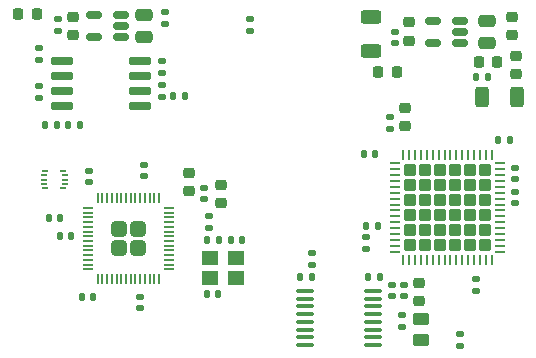
<source format=gbr>
G04 #@! TF.GenerationSoftware,KiCad,Pcbnew,9.0.1-9.0.1-0~ubuntu22.04.1*
G04 #@! TF.CreationDate,2025-04-15T01:02:30-04:00*
G04 #@! TF.ProjectId,TTExperimentModule,54544578-7065-4726-996d-656e744d6f64,1.0*
G04 #@! TF.SameCoordinates,PX10e4380PY2d07198*
G04 #@! TF.FileFunction,Paste,Top*
G04 #@! TF.FilePolarity,Positive*
%FSLAX46Y46*%
G04 Gerber Fmt 4.6, Leading zero omitted, Abs format (unit mm)*
G04 Created by KiCad (PCBNEW 9.0.1-9.0.1-0~ubuntu22.04.1) date 2025-04-15 01:02:30*
%MOMM*%
%LPD*%
G01*
G04 APERTURE LIST*
G04 Aperture macros list*
%AMRoundRect*
0 Rectangle with rounded corners*
0 $1 Rounding radius*
0 $2 $3 $4 $5 $6 $7 $8 $9 X,Y pos of 4 corners*
0 Add a 4 corners polygon primitive as box body*
4,1,4,$2,$3,$4,$5,$6,$7,$8,$9,$2,$3,0*
0 Add four circle primitives for the rounded corners*
1,1,$1+$1,$2,$3*
1,1,$1+$1,$4,$5*
1,1,$1+$1,$6,$7*
1,1,$1+$1,$8,$9*
0 Add four rect primitives between the rounded corners*
20,1,$1+$1,$2,$3,$4,$5,0*
20,1,$1+$1,$4,$5,$6,$7,0*
20,1,$1+$1,$6,$7,$8,$9,0*
20,1,$1+$1,$8,$9,$2,$3,0*%
G04 Aperture macros list end*
%ADD10RoundRect,0.140000X-0.170000X0.140000X-0.170000X-0.140000X0.170000X-0.140000X0.170000X0.140000X0*%
%ADD11RoundRect,0.140000X0.140000X0.170000X-0.140000X0.170000X-0.140000X-0.170000X0.140000X-0.170000X0*%
%ADD12RoundRect,0.140000X-0.140000X-0.170000X0.140000X-0.170000X0.140000X0.170000X-0.140000X0.170000X0*%
%ADD13RoundRect,0.250000X0.625000X-0.312500X0.625000X0.312500X-0.625000X0.312500X-0.625000X-0.312500X0*%
%ADD14RoundRect,0.140000X0.170000X-0.140000X0.170000X0.140000X-0.170000X0.140000X-0.170000X-0.140000X0*%
%ADD15RoundRect,0.225000X0.250000X-0.225000X0.250000X0.225000X-0.250000X0.225000X-0.250000X-0.225000X0*%
%ADD16RoundRect,0.225000X-0.225000X-0.250000X0.225000X-0.250000X0.225000X0.250000X-0.225000X0.250000X0*%
%ADD17RoundRect,0.135000X0.135000X0.185000X-0.135000X0.185000X-0.135000X-0.185000X0.135000X-0.185000X0*%
%ADD18RoundRect,0.150000X0.512500X0.150000X-0.512500X0.150000X-0.512500X-0.150000X0.512500X-0.150000X0*%
%ADD19RoundRect,0.135000X-0.185000X0.135000X-0.185000X-0.135000X0.185000X-0.135000X0.185000X0.135000X0*%
%ADD20RoundRect,0.135000X0.185000X-0.135000X0.185000X0.135000X-0.185000X0.135000X-0.185000X-0.135000X0*%
%ADD21RoundRect,0.225000X-0.250000X0.225000X-0.250000X-0.225000X0.250000X-0.225000X0.250000X0.225000X0*%
%ADD22RoundRect,0.250000X0.475000X-0.250000X0.475000X0.250000X-0.475000X0.250000X-0.475000X-0.250000X0*%
%ADD23RoundRect,0.218750X-0.256250X0.218750X-0.256250X-0.218750X0.256250X-0.218750X0.256250X0.218750X0*%
%ADD24RoundRect,0.250000X-0.265000X-0.265000X0.265000X-0.265000X0.265000X0.265000X-0.265000X0.265000X0*%
%ADD25RoundRect,0.062500X-0.362500X-0.062500X0.362500X-0.062500X0.362500X0.062500X-0.362500X0.062500X0*%
%ADD26RoundRect,0.062500X-0.062500X-0.362500X0.062500X-0.362500X0.062500X0.362500X-0.062500X0.362500X0*%
%ADD27RoundRect,0.250000X-0.450000X0.262500X-0.450000X-0.262500X0.450000X-0.262500X0.450000X0.262500X0*%
%ADD28R,1.400000X1.200000*%
%ADD29RoundRect,0.135000X-0.135000X-0.185000X0.135000X-0.185000X0.135000X0.185000X-0.135000X0.185000X0*%
%ADD30RoundRect,0.100000X-0.637500X-0.100000X0.637500X-0.100000X0.637500X0.100000X-0.637500X0.100000X0*%
%ADD31RoundRect,0.218750X0.218750X0.256250X-0.218750X0.256250X-0.218750X-0.256250X0.218750X-0.256250X0*%
%ADD32RoundRect,0.162500X0.800000X0.162500X-0.800000X0.162500X-0.800000X-0.162500X0.800000X-0.162500X0*%
%ADD33R,0.482600X0.177800*%
%ADD34R,0.533400X0.228600*%
%ADD35RoundRect,0.250000X0.312500X0.625000X-0.312500X0.625000X-0.312500X-0.625000X0.312500X-0.625000X0*%
%ADD36RoundRect,0.249999X0.395001X-0.395001X0.395001X0.395001X-0.395001X0.395001X-0.395001X-0.395001X0*%
%ADD37RoundRect,0.050000X0.050000X-0.387500X0.050000X0.387500X-0.050000X0.387500X-0.050000X-0.387500X0*%
%ADD38RoundRect,0.050000X0.387500X-0.050000X0.387500X0.050000X-0.387500X0.050000X-0.387500X-0.050000X0*%
G04 APERTURE END LIST*
D10*
G04 #@! TO.C,C24*
X43322000Y15980000D03*
X43322000Y15020000D03*
G04 #@! TD*
D11*
G04 #@! TO.C,C36*
X5730000Y10250000D03*
X4770000Y10250000D03*
G04 #@! TD*
D12*
G04 #@! TO.C,C29*
X17220000Y5300000D03*
X18180000Y5300000D03*
G04 #@! TD*
D11*
G04 #@! TO.C,C32*
X7592500Y5100000D03*
X6632500Y5100000D03*
G04 #@! TD*
D13*
G04 #@! TO.C,R8*
X31124500Y25872500D03*
X31124500Y28797500D03*
G04 #@! TD*
D14*
G04 #@! TO.C,C7*
X4600000Y27620000D03*
X4600000Y28580000D03*
G04 #@! TD*
G04 #@! TO.C,C39*
X11900000Y15320000D03*
X11900000Y16280000D03*
G04 #@! TD*
D10*
G04 #@! TO.C,C26*
X43322000Y13960000D03*
X43322000Y13000000D03*
G04 #@! TD*
D15*
G04 #@! TO.C,C12*
X43400000Y23925000D03*
X43400000Y25475000D03*
G04 #@! TD*
D16*
G04 #@! TO.C,C8*
X40225000Y25000000D03*
X41775000Y25000000D03*
G04 #@! TD*
D17*
G04 #@! TO.C,R14*
X18222500Y9900000D03*
X17202500Y9900000D03*
G04 #@! TD*
D14*
G04 #@! TO.C,C3*
X33112500Y26570000D03*
X33112500Y27530000D03*
G04 #@! TD*
D11*
G04 #@! TO.C,C22*
X40980000Y23700000D03*
X40020000Y23700000D03*
G04 #@! TD*
D18*
G04 #@! TO.C,U3*
X9957500Y27050000D03*
X9957500Y28000000D03*
X9957500Y28950000D03*
X7682500Y28950000D03*
X7682500Y27050000D03*
G04 #@! TD*
D19*
G04 #@! TO.C,R6*
X13700000Y29210000D03*
X13700000Y28190000D03*
G04 #@! TD*
D20*
G04 #@! TO.C,R11*
X30700000Y9090000D03*
X30700000Y10110000D03*
G04 #@! TD*
D21*
G04 #@! TO.C,C27*
X15700000Y15575000D03*
X15700000Y14025000D03*
G04 #@! TD*
D22*
G04 #@! TO.C,C5*
X11870000Y27050000D03*
X11870000Y28950000D03*
G04 #@! TD*
D16*
G04 #@! TO.C,C14*
X31725000Y24135000D03*
X33275000Y24135000D03*
G04 #@! TD*
D20*
G04 #@! TO.C,R19*
X3000000Y21890000D03*
X3000000Y22910000D03*
G04 #@! TD*
D14*
G04 #@! TO.C,C35*
X17000000Y13320000D03*
X17000000Y14280000D03*
G04 #@! TD*
D12*
G04 #@! TO.C,C21*
X30520000Y17200000D03*
X31480000Y17200000D03*
G04 #@! TD*
D20*
G04 #@! TO.C,R3*
X33700000Y2490000D03*
X33700000Y3510000D03*
G04 #@! TD*
D19*
G04 #@! TO.C,R17*
X3000000Y26110000D03*
X3000000Y25090000D03*
G04 #@! TD*
D14*
G04 #@! TO.C,C38*
X7250000Y14770000D03*
X7250000Y15730000D03*
G04 #@! TD*
G04 #@! TO.C,C34*
X17400000Y10920000D03*
X17400000Y11880000D03*
G04 #@! TD*
D10*
G04 #@! TO.C,C23*
X40000000Y6570000D03*
X40000000Y5610000D03*
G04 #@! TD*
D15*
G04 #@! TO.C,C6*
X5850000Y27225000D03*
X5850000Y28775000D03*
G04 #@! TD*
D12*
G04 #@! TO.C,C30*
X19232500Y9900000D03*
X20192500Y9900000D03*
G04 #@! TD*
D14*
G04 #@! TO.C,C20*
X33910000Y5110000D03*
X33910000Y6070000D03*
G04 #@! TD*
D23*
G04 #@! TO.C,FB2*
X43050000Y28787500D03*
X43050000Y27212500D03*
G04 #@! TD*
D15*
G04 #@! TO.C,C16*
X34000000Y19540000D03*
X34000000Y21090000D03*
G04 #@! TD*
D10*
G04 #@! TO.C,C33*
X11562500Y5080000D03*
X11562500Y4120000D03*
G04 #@! TD*
D12*
G04 #@! TO.C,C4*
X30890000Y6785000D03*
X31850000Y6785000D03*
G04 #@! TD*
D15*
G04 #@! TO.C,C2*
X34362500Y26775000D03*
X34362500Y28325000D03*
G04 #@! TD*
D24*
G04 #@! TO.C,U4*
X34380000Y15840000D03*
X34380000Y14560000D03*
X34380000Y13280000D03*
X34380000Y12000000D03*
X34380000Y10720000D03*
X34380000Y9440000D03*
X35660000Y15840000D03*
X35660000Y14560000D03*
X35660000Y13280000D03*
X35660000Y12000000D03*
X35660000Y10720000D03*
X35660000Y9440000D03*
X36940000Y15840000D03*
X36940000Y14560000D03*
X36940000Y13280000D03*
X36940000Y12000000D03*
X36940000Y10720000D03*
X36940000Y9440000D03*
X38220000Y15840000D03*
X38220000Y14560000D03*
X38220000Y13280000D03*
X38220000Y12000000D03*
X38220000Y10720000D03*
X38220000Y9440000D03*
X39500000Y15840000D03*
X39500000Y14560000D03*
X39500000Y13280000D03*
X39500000Y12000000D03*
X39500000Y10720000D03*
X39500000Y9440000D03*
X40780000Y15840000D03*
X40780000Y14560000D03*
X40780000Y13280000D03*
X40780000Y12000000D03*
X40780000Y10720000D03*
X40780000Y9440000D03*
D25*
X33130000Y16390000D03*
X33130000Y15890000D03*
X33130000Y15390000D03*
X33130000Y14890000D03*
X33130000Y14390000D03*
X33130000Y13890000D03*
X33130000Y13390000D03*
X33130000Y12890000D03*
X33130000Y12390000D03*
X33130000Y11890000D03*
X33130000Y11390000D03*
X33130000Y10890000D03*
X33130000Y10390000D03*
X33130000Y9890000D03*
X33130000Y9390000D03*
X33130000Y8890000D03*
D26*
X33830000Y8190000D03*
X34330000Y8190000D03*
X34830000Y8190000D03*
X35330000Y8190000D03*
X35830000Y8190000D03*
X36330000Y8190000D03*
X36830000Y8190000D03*
X37330000Y8190000D03*
X37830000Y8190000D03*
X38330000Y8190000D03*
X38830000Y8190000D03*
X39330000Y8190000D03*
X39830000Y8190000D03*
X40330000Y8190000D03*
X40830000Y8190000D03*
X41330000Y8190000D03*
D25*
X42030000Y8890000D03*
X42030000Y9390000D03*
X42030000Y9890000D03*
X42030000Y10390000D03*
X42030000Y10890000D03*
X42030000Y11390000D03*
X42030000Y11890000D03*
X42030000Y12390000D03*
X42030000Y12890000D03*
X42030000Y13390000D03*
X42030000Y13890000D03*
X42030000Y14390000D03*
X42030000Y14890000D03*
X42030000Y15390000D03*
X42030000Y15890000D03*
X42030000Y16390000D03*
D26*
X41330000Y17090000D03*
X40830000Y17090000D03*
X40330000Y17090000D03*
X39830000Y17090000D03*
X39330000Y17090000D03*
X38830000Y17090000D03*
X38330000Y17090000D03*
X37830000Y17090000D03*
X37330000Y17090000D03*
X36830000Y17090000D03*
X36330000Y17090000D03*
X35830000Y17090000D03*
X35330000Y17090000D03*
X34830000Y17090000D03*
X34330000Y17090000D03*
X33830000Y17090000D03*
G04 #@! TD*
D14*
G04 #@! TO.C,C17*
X32910000Y5110000D03*
X32910000Y6070000D03*
G04 #@! TD*
D15*
G04 #@! TO.C,C28*
X18400000Y13025000D03*
X18400000Y14575000D03*
G04 #@! TD*
D27*
G04 #@! TO.C,R9*
X35300000Y3212500D03*
X35300000Y1387500D03*
G04 #@! TD*
D28*
G04 #@! TO.C,Y1*
X17512500Y6700000D03*
X19712500Y6700000D03*
X19712500Y8400000D03*
X17512500Y8400000D03*
G04 #@! TD*
D11*
G04 #@! TO.C,C37*
X4770000Y11750000D03*
X3810000Y11750000D03*
G04 #@! TD*
D29*
G04 #@! TO.C,R16*
X5440000Y19600000D03*
X6460000Y19600000D03*
G04 #@! TD*
D30*
G04 #@! TO.C,U1*
X25527500Y5560000D03*
X25527500Y4910000D03*
X25527500Y4260000D03*
X25527500Y3610000D03*
X25527500Y2960000D03*
X25527500Y2310000D03*
X25527500Y1660000D03*
X25527500Y1010000D03*
X31252500Y1010000D03*
X31252500Y1660000D03*
X31252500Y2310000D03*
X31252500Y2960000D03*
X31252500Y3610000D03*
X31252500Y4260000D03*
X31252500Y4910000D03*
X31252500Y5560000D03*
G04 #@! TD*
D19*
G04 #@! TO.C,R2*
X38600000Y1910000D03*
X38600000Y890000D03*
G04 #@! TD*
D20*
G04 #@! TO.C,R5*
X20900000Y27590000D03*
X20900000Y28610000D03*
G04 #@! TD*
D31*
G04 #@! TO.C,FB1*
X2787500Y29000000D03*
X1212500Y29000000D03*
G04 #@! TD*
D17*
G04 #@! TO.C,R4*
X26140000Y6785000D03*
X25120000Y6785000D03*
G04 #@! TD*
D20*
G04 #@! TO.C,R18*
X13400000Y21990000D03*
X13400000Y23010000D03*
G04 #@! TD*
D32*
G04 #@! TO.C,U6*
X11537500Y21195000D03*
X11537500Y22465000D03*
X11537500Y23735000D03*
X11537500Y25005000D03*
X4962500Y25005000D03*
X4962500Y23735000D03*
X4962500Y22465000D03*
X4962500Y21195000D03*
G04 #@! TD*
D18*
G04 #@! TO.C,U2*
X38637500Y26550000D03*
X38637500Y27500000D03*
X38637500Y28450000D03*
X36362500Y28450000D03*
X36362500Y26550000D03*
G04 #@! TD*
D33*
G04 #@! TO.C,J3*
X5207500Y15350000D03*
X3392500Y15350000D03*
X5207500Y15000000D03*
X3392500Y15000000D03*
X5207500Y14650000D03*
X3392500Y14650000D03*
D34*
X5067500Y15725000D03*
X5067500Y14275000D03*
X3532500Y15725000D03*
X3532500Y14275000D03*
G04 #@! TD*
D22*
G04 #@! TO.C,C1*
X40900000Y26550000D03*
X40900000Y28450000D03*
G04 #@! TD*
D20*
G04 #@! TO.C,R15*
X13400000Y23990000D03*
X13400000Y25010000D03*
G04 #@! TD*
D11*
G04 #@! TO.C,C18*
X42832000Y18315000D03*
X41872000Y18315000D03*
G04 #@! TD*
D35*
G04 #@! TO.C,R7*
X43462500Y22000000D03*
X40537500Y22000000D03*
G04 #@! TD*
D21*
G04 #@! TO.C,C15*
X35160000Y6280000D03*
X35160000Y4730000D03*
G04 #@! TD*
D36*
G04 #@! TO.C,U5*
X9762500Y9200000D03*
X11362500Y9200000D03*
X9762500Y10800000D03*
X11362500Y10800000D03*
D37*
X7962500Y6562500D03*
X8362500Y6562500D03*
X8762500Y6562500D03*
X9162500Y6562500D03*
X9562500Y6562500D03*
X9962500Y6562500D03*
X10362500Y6562500D03*
X10762500Y6562500D03*
X11162500Y6562500D03*
X11562500Y6562500D03*
X11962500Y6562500D03*
X12362500Y6562500D03*
X12762500Y6562500D03*
X13162500Y6562500D03*
D38*
X14000000Y7400000D03*
X14000000Y7800000D03*
X14000000Y8200000D03*
X14000000Y8600000D03*
X14000000Y9000000D03*
X14000000Y9400000D03*
X14000000Y9800000D03*
X14000000Y10200000D03*
X14000000Y10600000D03*
X14000000Y11000000D03*
X14000000Y11400000D03*
X14000000Y11800000D03*
X14000000Y12200000D03*
X14000000Y12600000D03*
D37*
X13162500Y13437500D03*
X12762500Y13437500D03*
X12362500Y13437500D03*
X11962500Y13437500D03*
X11562500Y13437500D03*
X11162500Y13437500D03*
X10762500Y13437500D03*
X10362500Y13437500D03*
X9962500Y13437500D03*
X9562500Y13437500D03*
X9162500Y13437500D03*
X8762500Y13437500D03*
X8362500Y13437500D03*
X7962500Y13437500D03*
D38*
X7125000Y12600000D03*
X7125000Y12200000D03*
X7125000Y11800000D03*
X7125000Y11400000D03*
X7125000Y11000000D03*
X7125000Y10600000D03*
X7125000Y10200000D03*
X7125000Y9800000D03*
X7125000Y9400000D03*
X7125000Y9000000D03*
X7125000Y8600000D03*
X7125000Y8200000D03*
X7125000Y7800000D03*
X7125000Y7400000D03*
G04 #@! TD*
D11*
G04 #@! TO.C,C25*
X31680000Y11100000D03*
X30720000Y11100000D03*
G04 #@! TD*
D29*
G04 #@! TO.C,R13*
X14340000Y22050000D03*
X15360000Y22050000D03*
G04 #@! TD*
D14*
G04 #@! TO.C,C19*
X32750000Y19310000D03*
X32750000Y20270000D03*
G04 #@! TD*
D20*
G04 #@! TO.C,R1*
X26100000Y7790000D03*
X26100000Y8810000D03*
G04 #@! TD*
D12*
G04 #@! TO.C,C31*
X3540000Y19600000D03*
X4500000Y19600000D03*
G04 #@! TD*
M02*

</source>
